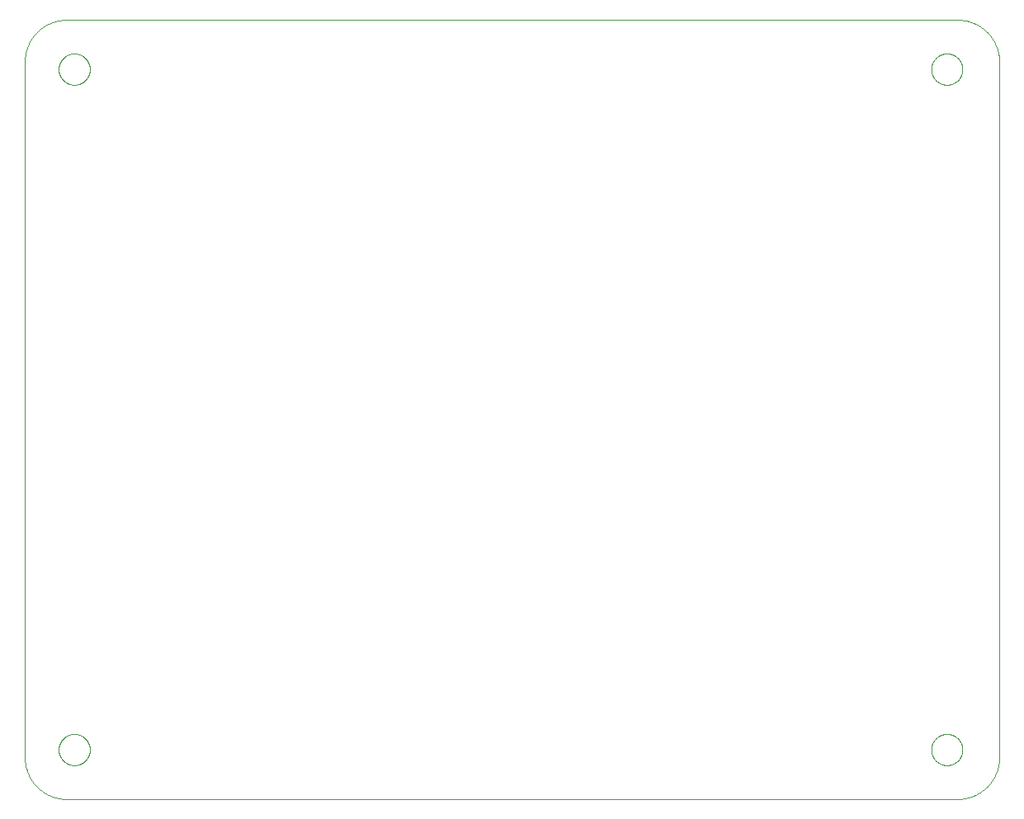
<source format=gbr>
G04 EAGLE Gerber RS-274X export*
G75*
%MOMM*%
%FSLAX34Y34*%
%LPD*%
%IN*%
%IPPOS*%
%AMOC8*
5,1,8,0,0,1.08239X$1,22.5*%
G01*
%ADD10C,0.076200*%
%ADD11C,0.000000*%


D10*
X0Y756820D02*
X0Y43180D01*
X13Y42137D01*
X50Y41094D01*
X113Y40052D01*
X202Y39013D01*
X315Y37975D01*
X453Y36941D01*
X616Y35910D01*
X804Y34884D01*
X1017Y33862D01*
X1255Y32846D01*
X1517Y31836D01*
X1803Y30833D01*
X2113Y29837D01*
X2448Y28848D01*
X2806Y27868D01*
X3188Y26897D01*
X3593Y25935D01*
X4021Y24984D01*
X4472Y24043D01*
X4946Y23113D01*
X5442Y22195D01*
X5960Y21289D01*
X6500Y20396D01*
X7061Y19517D01*
X7644Y18651D01*
X8247Y17799D01*
X8870Y16963D01*
X9514Y16141D01*
X10177Y15336D01*
X10859Y14546D01*
X11561Y13774D01*
X12280Y13018D01*
X13018Y12280D01*
X13774Y11561D01*
X14546Y10859D01*
X15336Y10177D01*
X16141Y9514D01*
X16963Y8870D01*
X17799Y8247D01*
X18651Y7644D01*
X19517Y7061D01*
X20396Y6500D01*
X21289Y5960D01*
X22195Y5442D01*
X23113Y4946D01*
X24043Y4472D01*
X24984Y4021D01*
X25935Y3593D01*
X26897Y3188D01*
X27868Y2806D01*
X28848Y2448D01*
X29837Y2113D01*
X30833Y1803D01*
X31836Y1517D01*
X32846Y1255D01*
X33862Y1017D01*
X34884Y804D01*
X35910Y616D01*
X36941Y453D01*
X37975Y315D01*
X39013Y202D01*
X40052Y113D01*
X41094Y50D01*
X42137Y13D01*
X43180Y0D01*
X956820Y0D01*
X957863Y13D01*
X958906Y50D01*
X959948Y113D01*
X960987Y202D01*
X962025Y315D01*
X963059Y453D01*
X964090Y616D01*
X965116Y804D01*
X966138Y1017D01*
X967154Y1255D01*
X968164Y1517D01*
X969167Y1803D01*
X970163Y2113D01*
X971152Y2448D01*
X972132Y2806D01*
X973103Y3188D01*
X974065Y3593D01*
X975016Y4021D01*
X975957Y4472D01*
X976887Y4946D01*
X977805Y5442D01*
X978711Y5960D01*
X979604Y6500D01*
X980483Y7061D01*
X981349Y7644D01*
X982201Y8247D01*
X983037Y8870D01*
X983859Y9514D01*
X984664Y10177D01*
X985454Y10859D01*
X986226Y11561D01*
X986982Y12280D01*
X987720Y13018D01*
X988439Y13774D01*
X989141Y14546D01*
X989823Y15336D01*
X990486Y16141D01*
X991130Y16963D01*
X991753Y17799D01*
X992356Y18651D01*
X992939Y19517D01*
X993500Y20396D01*
X994040Y21289D01*
X994558Y22195D01*
X995054Y23113D01*
X995528Y24043D01*
X995979Y24984D01*
X996407Y25935D01*
X996812Y26897D01*
X997194Y27868D01*
X997552Y28848D01*
X997887Y29837D01*
X998197Y30833D01*
X998483Y31836D01*
X998745Y32846D01*
X998983Y33862D01*
X999196Y34884D01*
X999384Y35910D01*
X999547Y36941D01*
X999685Y37975D01*
X999798Y39013D01*
X999887Y40052D01*
X999950Y41094D01*
X999987Y42137D01*
X1000000Y43180D01*
X1000000Y756820D01*
X999987Y757863D01*
X999950Y758906D01*
X999887Y759948D01*
X999798Y760987D01*
X999685Y762025D01*
X999547Y763059D01*
X999384Y764090D01*
X999196Y765116D01*
X998983Y766138D01*
X998745Y767154D01*
X998483Y768164D01*
X998197Y769167D01*
X997887Y770163D01*
X997552Y771152D01*
X997194Y772132D01*
X996812Y773103D01*
X996407Y774065D01*
X995979Y775016D01*
X995528Y775957D01*
X995054Y776887D01*
X994558Y777805D01*
X994040Y778711D01*
X993500Y779604D01*
X992939Y780483D01*
X992356Y781349D01*
X991753Y782201D01*
X991130Y783037D01*
X990486Y783859D01*
X989823Y784664D01*
X989141Y785454D01*
X988439Y786226D01*
X987720Y786982D01*
X986982Y787720D01*
X986226Y788439D01*
X985454Y789141D01*
X984664Y789823D01*
X983859Y790486D01*
X983037Y791130D01*
X982201Y791753D01*
X981349Y792356D01*
X980483Y792939D01*
X979604Y793500D01*
X978711Y794040D01*
X977805Y794558D01*
X976887Y795054D01*
X975957Y795528D01*
X975016Y795979D01*
X974065Y796407D01*
X973103Y796812D01*
X972132Y797194D01*
X971152Y797552D01*
X970163Y797887D01*
X969167Y798197D01*
X968164Y798483D01*
X967154Y798745D01*
X966138Y798983D01*
X965116Y799196D01*
X964090Y799384D01*
X963059Y799547D01*
X962025Y799685D01*
X960987Y799798D01*
X959948Y799887D01*
X958906Y799950D01*
X957863Y799987D01*
X956820Y800000D01*
X43180Y800000D01*
X42137Y799987D01*
X41094Y799950D01*
X40052Y799887D01*
X39013Y799798D01*
X37975Y799685D01*
X36941Y799547D01*
X35910Y799384D01*
X34884Y799196D01*
X33862Y798983D01*
X32846Y798745D01*
X31836Y798483D01*
X30833Y798197D01*
X29837Y797887D01*
X28848Y797552D01*
X27868Y797194D01*
X26897Y796812D01*
X25935Y796407D01*
X24984Y795979D01*
X24043Y795528D01*
X23113Y795054D01*
X22195Y794558D01*
X21289Y794040D01*
X20396Y793500D01*
X19517Y792939D01*
X18651Y792356D01*
X17799Y791753D01*
X16963Y791130D01*
X16141Y790486D01*
X15336Y789823D01*
X14546Y789141D01*
X13774Y788439D01*
X13018Y787720D01*
X12280Y786982D01*
X11561Y786226D01*
X10859Y785454D01*
X10177Y784664D01*
X9514Y783859D01*
X8870Y783037D01*
X8247Y782201D01*
X7644Y781349D01*
X7061Y780483D01*
X6500Y779604D01*
X5960Y778711D01*
X5442Y777805D01*
X4946Y776887D01*
X4472Y775957D01*
X4021Y775016D01*
X3593Y774065D01*
X3188Y773103D01*
X2806Y772132D01*
X2448Y771152D01*
X2113Y770163D01*
X1803Y769167D01*
X1517Y768164D01*
X1255Y767154D01*
X1017Y766138D01*
X804Y765116D01*
X616Y764090D01*
X453Y763059D01*
X315Y762025D01*
X202Y760987D01*
X113Y759948D01*
X50Y758906D01*
X13Y757863D01*
X0Y756820D01*
D11*
X34800Y749300D02*
X34805Y749693D01*
X34819Y750085D01*
X34843Y750477D01*
X34877Y750868D01*
X34920Y751259D01*
X34973Y751648D01*
X35036Y752035D01*
X35107Y752421D01*
X35189Y752806D01*
X35279Y753188D01*
X35380Y753567D01*
X35489Y753945D01*
X35608Y754319D01*
X35735Y754690D01*
X35872Y755058D01*
X36018Y755423D01*
X36173Y755784D01*
X36336Y756141D01*
X36508Y756494D01*
X36689Y756842D01*
X36879Y757186D01*
X37076Y757526D01*
X37282Y757860D01*
X37496Y758189D01*
X37719Y758513D01*
X37949Y758831D01*
X38186Y759144D01*
X38432Y759450D01*
X38685Y759751D01*
X38945Y760045D01*
X39212Y760333D01*
X39486Y760614D01*
X39767Y760888D01*
X40055Y761155D01*
X40349Y761415D01*
X40650Y761668D01*
X40956Y761914D01*
X41269Y762151D01*
X41587Y762381D01*
X41911Y762604D01*
X42240Y762818D01*
X42574Y763024D01*
X42914Y763221D01*
X43258Y763411D01*
X43606Y763592D01*
X43959Y763764D01*
X44316Y763927D01*
X44677Y764082D01*
X45042Y764228D01*
X45410Y764365D01*
X45781Y764492D01*
X46155Y764611D01*
X46533Y764720D01*
X46912Y764821D01*
X47294Y764911D01*
X47679Y764993D01*
X48065Y765064D01*
X48452Y765127D01*
X48841Y765180D01*
X49232Y765223D01*
X49623Y765257D01*
X50015Y765281D01*
X50407Y765295D01*
X50800Y765300D01*
X51193Y765295D01*
X51585Y765281D01*
X51977Y765257D01*
X52368Y765223D01*
X52759Y765180D01*
X53148Y765127D01*
X53535Y765064D01*
X53921Y764993D01*
X54306Y764911D01*
X54688Y764821D01*
X55067Y764720D01*
X55445Y764611D01*
X55819Y764492D01*
X56190Y764365D01*
X56558Y764228D01*
X56923Y764082D01*
X57284Y763927D01*
X57641Y763764D01*
X57994Y763592D01*
X58342Y763411D01*
X58686Y763221D01*
X59026Y763024D01*
X59360Y762818D01*
X59689Y762604D01*
X60013Y762381D01*
X60331Y762151D01*
X60644Y761914D01*
X60950Y761668D01*
X61251Y761415D01*
X61545Y761155D01*
X61833Y760888D01*
X62114Y760614D01*
X62388Y760333D01*
X62655Y760045D01*
X62915Y759751D01*
X63168Y759450D01*
X63414Y759144D01*
X63651Y758831D01*
X63881Y758513D01*
X64104Y758189D01*
X64318Y757860D01*
X64524Y757526D01*
X64721Y757186D01*
X64911Y756842D01*
X65092Y756494D01*
X65264Y756141D01*
X65427Y755784D01*
X65582Y755423D01*
X65728Y755058D01*
X65865Y754690D01*
X65992Y754319D01*
X66111Y753945D01*
X66220Y753567D01*
X66321Y753188D01*
X66411Y752806D01*
X66493Y752421D01*
X66564Y752035D01*
X66627Y751648D01*
X66680Y751259D01*
X66723Y750868D01*
X66757Y750477D01*
X66781Y750085D01*
X66795Y749693D01*
X66800Y749300D01*
X66795Y748907D01*
X66781Y748515D01*
X66757Y748123D01*
X66723Y747732D01*
X66680Y747341D01*
X66627Y746952D01*
X66564Y746565D01*
X66493Y746179D01*
X66411Y745794D01*
X66321Y745412D01*
X66220Y745033D01*
X66111Y744655D01*
X65992Y744281D01*
X65865Y743910D01*
X65728Y743542D01*
X65582Y743177D01*
X65427Y742816D01*
X65264Y742459D01*
X65092Y742106D01*
X64911Y741758D01*
X64721Y741414D01*
X64524Y741074D01*
X64318Y740740D01*
X64104Y740411D01*
X63881Y740087D01*
X63651Y739769D01*
X63414Y739456D01*
X63168Y739150D01*
X62915Y738849D01*
X62655Y738555D01*
X62388Y738267D01*
X62114Y737986D01*
X61833Y737712D01*
X61545Y737445D01*
X61251Y737185D01*
X60950Y736932D01*
X60644Y736686D01*
X60331Y736449D01*
X60013Y736219D01*
X59689Y735996D01*
X59360Y735782D01*
X59026Y735576D01*
X58686Y735379D01*
X58342Y735189D01*
X57994Y735008D01*
X57641Y734836D01*
X57284Y734673D01*
X56923Y734518D01*
X56558Y734372D01*
X56190Y734235D01*
X55819Y734108D01*
X55445Y733989D01*
X55067Y733880D01*
X54688Y733779D01*
X54306Y733689D01*
X53921Y733607D01*
X53535Y733536D01*
X53148Y733473D01*
X52759Y733420D01*
X52368Y733377D01*
X51977Y733343D01*
X51585Y733319D01*
X51193Y733305D01*
X50800Y733300D01*
X50407Y733305D01*
X50015Y733319D01*
X49623Y733343D01*
X49232Y733377D01*
X48841Y733420D01*
X48452Y733473D01*
X48065Y733536D01*
X47679Y733607D01*
X47294Y733689D01*
X46912Y733779D01*
X46533Y733880D01*
X46155Y733989D01*
X45781Y734108D01*
X45410Y734235D01*
X45042Y734372D01*
X44677Y734518D01*
X44316Y734673D01*
X43959Y734836D01*
X43606Y735008D01*
X43258Y735189D01*
X42914Y735379D01*
X42574Y735576D01*
X42240Y735782D01*
X41911Y735996D01*
X41587Y736219D01*
X41269Y736449D01*
X40956Y736686D01*
X40650Y736932D01*
X40349Y737185D01*
X40055Y737445D01*
X39767Y737712D01*
X39486Y737986D01*
X39212Y738267D01*
X38945Y738555D01*
X38685Y738849D01*
X38432Y739150D01*
X38186Y739456D01*
X37949Y739769D01*
X37719Y740087D01*
X37496Y740411D01*
X37282Y740740D01*
X37076Y741074D01*
X36879Y741414D01*
X36689Y741758D01*
X36508Y742106D01*
X36336Y742459D01*
X36173Y742816D01*
X36018Y743177D01*
X35872Y743542D01*
X35735Y743910D01*
X35608Y744281D01*
X35489Y744655D01*
X35380Y745033D01*
X35279Y745412D01*
X35189Y745794D01*
X35107Y746179D01*
X35036Y746565D01*
X34973Y746952D01*
X34920Y747341D01*
X34877Y747732D01*
X34843Y748123D01*
X34819Y748515D01*
X34805Y748907D01*
X34800Y749300D01*
X930150Y749300D02*
X930155Y749693D01*
X930169Y750085D01*
X930193Y750477D01*
X930227Y750868D01*
X930270Y751259D01*
X930323Y751648D01*
X930386Y752035D01*
X930457Y752421D01*
X930539Y752806D01*
X930629Y753188D01*
X930730Y753567D01*
X930839Y753945D01*
X930958Y754319D01*
X931085Y754690D01*
X931222Y755058D01*
X931368Y755423D01*
X931523Y755784D01*
X931686Y756141D01*
X931858Y756494D01*
X932039Y756842D01*
X932229Y757186D01*
X932426Y757526D01*
X932632Y757860D01*
X932846Y758189D01*
X933069Y758513D01*
X933299Y758831D01*
X933536Y759144D01*
X933782Y759450D01*
X934035Y759751D01*
X934295Y760045D01*
X934562Y760333D01*
X934836Y760614D01*
X935117Y760888D01*
X935405Y761155D01*
X935699Y761415D01*
X936000Y761668D01*
X936306Y761914D01*
X936619Y762151D01*
X936937Y762381D01*
X937261Y762604D01*
X937590Y762818D01*
X937924Y763024D01*
X938264Y763221D01*
X938608Y763411D01*
X938956Y763592D01*
X939309Y763764D01*
X939666Y763927D01*
X940027Y764082D01*
X940392Y764228D01*
X940760Y764365D01*
X941131Y764492D01*
X941505Y764611D01*
X941883Y764720D01*
X942262Y764821D01*
X942644Y764911D01*
X943029Y764993D01*
X943415Y765064D01*
X943802Y765127D01*
X944191Y765180D01*
X944582Y765223D01*
X944973Y765257D01*
X945365Y765281D01*
X945757Y765295D01*
X946150Y765300D01*
X946543Y765295D01*
X946935Y765281D01*
X947327Y765257D01*
X947718Y765223D01*
X948109Y765180D01*
X948498Y765127D01*
X948885Y765064D01*
X949271Y764993D01*
X949656Y764911D01*
X950038Y764821D01*
X950417Y764720D01*
X950795Y764611D01*
X951169Y764492D01*
X951540Y764365D01*
X951908Y764228D01*
X952273Y764082D01*
X952634Y763927D01*
X952991Y763764D01*
X953344Y763592D01*
X953692Y763411D01*
X954036Y763221D01*
X954376Y763024D01*
X954710Y762818D01*
X955039Y762604D01*
X955363Y762381D01*
X955681Y762151D01*
X955994Y761914D01*
X956300Y761668D01*
X956601Y761415D01*
X956895Y761155D01*
X957183Y760888D01*
X957464Y760614D01*
X957738Y760333D01*
X958005Y760045D01*
X958265Y759751D01*
X958518Y759450D01*
X958764Y759144D01*
X959001Y758831D01*
X959231Y758513D01*
X959454Y758189D01*
X959668Y757860D01*
X959874Y757526D01*
X960071Y757186D01*
X960261Y756842D01*
X960442Y756494D01*
X960614Y756141D01*
X960777Y755784D01*
X960932Y755423D01*
X961078Y755058D01*
X961215Y754690D01*
X961342Y754319D01*
X961461Y753945D01*
X961570Y753567D01*
X961671Y753188D01*
X961761Y752806D01*
X961843Y752421D01*
X961914Y752035D01*
X961977Y751648D01*
X962030Y751259D01*
X962073Y750868D01*
X962107Y750477D01*
X962131Y750085D01*
X962145Y749693D01*
X962150Y749300D01*
X962145Y748907D01*
X962131Y748515D01*
X962107Y748123D01*
X962073Y747732D01*
X962030Y747341D01*
X961977Y746952D01*
X961914Y746565D01*
X961843Y746179D01*
X961761Y745794D01*
X961671Y745412D01*
X961570Y745033D01*
X961461Y744655D01*
X961342Y744281D01*
X961215Y743910D01*
X961078Y743542D01*
X960932Y743177D01*
X960777Y742816D01*
X960614Y742459D01*
X960442Y742106D01*
X960261Y741758D01*
X960071Y741414D01*
X959874Y741074D01*
X959668Y740740D01*
X959454Y740411D01*
X959231Y740087D01*
X959001Y739769D01*
X958764Y739456D01*
X958518Y739150D01*
X958265Y738849D01*
X958005Y738555D01*
X957738Y738267D01*
X957464Y737986D01*
X957183Y737712D01*
X956895Y737445D01*
X956601Y737185D01*
X956300Y736932D01*
X955994Y736686D01*
X955681Y736449D01*
X955363Y736219D01*
X955039Y735996D01*
X954710Y735782D01*
X954376Y735576D01*
X954036Y735379D01*
X953692Y735189D01*
X953344Y735008D01*
X952991Y734836D01*
X952634Y734673D01*
X952273Y734518D01*
X951908Y734372D01*
X951540Y734235D01*
X951169Y734108D01*
X950795Y733989D01*
X950417Y733880D01*
X950038Y733779D01*
X949656Y733689D01*
X949271Y733607D01*
X948885Y733536D01*
X948498Y733473D01*
X948109Y733420D01*
X947718Y733377D01*
X947327Y733343D01*
X946935Y733319D01*
X946543Y733305D01*
X946150Y733300D01*
X945757Y733305D01*
X945365Y733319D01*
X944973Y733343D01*
X944582Y733377D01*
X944191Y733420D01*
X943802Y733473D01*
X943415Y733536D01*
X943029Y733607D01*
X942644Y733689D01*
X942262Y733779D01*
X941883Y733880D01*
X941505Y733989D01*
X941131Y734108D01*
X940760Y734235D01*
X940392Y734372D01*
X940027Y734518D01*
X939666Y734673D01*
X939309Y734836D01*
X938956Y735008D01*
X938608Y735189D01*
X938264Y735379D01*
X937924Y735576D01*
X937590Y735782D01*
X937261Y735996D01*
X936937Y736219D01*
X936619Y736449D01*
X936306Y736686D01*
X936000Y736932D01*
X935699Y737185D01*
X935405Y737445D01*
X935117Y737712D01*
X934836Y737986D01*
X934562Y738267D01*
X934295Y738555D01*
X934035Y738849D01*
X933782Y739150D01*
X933536Y739456D01*
X933299Y739769D01*
X933069Y740087D01*
X932846Y740411D01*
X932632Y740740D01*
X932426Y741074D01*
X932229Y741414D01*
X932039Y741758D01*
X931858Y742106D01*
X931686Y742459D01*
X931523Y742816D01*
X931368Y743177D01*
X931222Y743542D01*
X931085Y743910D01*
X930958Y744281D01*
X930839Y744655D01*
X930730Y745033D01*
X930629Y745412D01*
X930539Y745794D01*
X930457Y746179D01*
X930386Y746565D01*
X930323Y746952D01*
X930270Y747341D01*
X930227Y747732D01*
X930193Y748123D01*
X930169Y748515D01*
X930155Y748907D01*
X930150Y749300D01*
X34800Y50800D02*
X34805Y51193D01*
X34819Y51585D01*
X34843Y51977D01*
X34877Y52368D01*
X34920Y52759D01*
X34973Y53148D01*
X35036Y53535D01*
X35107Y53921D01*
X35189Y54306D01*
X35279Y54688D01*
X35380Y55067D01*
X35489Y55445D01*
X35608Y55819D01*
X35735Y56190D01*
X35872Y56558D01*
X36018Y56923D01*
X36173Y57284D01*
X36336Y57641D01*
X36508Y57994D01*
X36689Y58342D01*
X36879Y58686D01*
X37076Y59026D01*
X37282Y59360D01*
X37496Y59689D01*
X37719Y60013D01*
X37949Y60331D01*
X38186Y60644D01*
X38432Y60950D01*
X38685Y61251D01*
X38945Y61545D01*
X39212Y61833D01*
X39486Y62114D01*
X39767Y62388D01*
X40055Y62655D01*
X40349Y62915D01*
X40650Y63168D01*
X40956Y63414D01*
X41269Y63651D01*
X41587Y63881D01*
X41911Y64104D01*
X42240Y64318D01*
X42574Y64524D01*
X42914Y64721D01*
X43258Y64911D01*
X43606Y65092D01*
X43959Y65264D01*
X44316Y65427D01*
X44677Y65582D01*
X45042Y65728D01*
X45410Y65865D01*
X45781Y65992D01*
X46155Y66111D01*
X46533Y66220D01*
X46912Y66321D01*
X47294Y66411D01*
X47679Y66493D01*
X48065Y66564D01*
X48452Y66627D01*
X48841Y66680D01*
X49232Y66723D01*
X49623Y66757D01*
X50015Y66781D01*
X50407Y66795D01*
X50800Y66800D01*
X51193Y66795D01*
X51585Y66781D01*
X51977Y66757D01*
X52368Y66723D01*
X52759Y66680D01*
X53148Y66627D01*
X53535Y66564D01*
X53921Y66493D01*
X54306Y66411D01*
X54688Y66321D01*
X55067Y66220D01*
X55445Y66111D01*
X55819Y65992D01*
X56190Y65865D01*
X56558Y65728D01*
X56923Y65582D01*
X57284Y65427D01*
X57641Y65264D01*
X57994Y65092D01*
X58342Y64911D01*
X58686Y64721D01*
X59026Y64524D01*
X59360Y64318D01*
X59689Y64104D01*
X60013Y63881D01*
X60331Y63651D01*
X60644Y63414D01*
X60950Y63168D01*
X61251Y62915D01*
X61545Y62655D01*
X61833Y62388D01*
X62114Y62114D01*
X62388Y61833D01*
X62655Y61545D01*
X62915Y61251D01*
X63168Y60950D01*
X63414Y60644D01*
X63651Y60331D01*
X63881Y60013D01*
X64104Y59689D01*
X64318Y59360D01*
X64524Y59026D01*
X64721Y58686D01*
X64911Y58342D01*
X65092Y57994D01*
X65264Y57641D01*
X65427Y57284D01*
X65582Y56923D01*
X65728Y56558D01*
X65865Y56190D01*
X65992Y55819D01*
X66111Y55445D01*
X66220Y55067D01*
X66321Y54688D01*
X66411Y54306D01*
X66493Y53921D01*
X66564Y53535D01*
X66627Y53148D01*
X66680Y52759D01*
X66723Y52368D01*
X66757Y51977D01*
X66781Y51585D01*
X66795Y51193D01*
X66800Y50800D01*
X66795Y50407D01*
X66781Y50015D01*
X66757Y49623D01*
X66723Y49232D01*
X66680Y48841D01*
X66627Y48452D01*
X66564Y48065D01*
X66493Y47679D01*
X66411Y47294D01*
X66321Y46912D01*
X66220Y46533D01*
X66111Y46155D01*
X65992Y45781D01*
X65865Y45410D01*
X65728Y45042D01*
X65582Y44677D01*
X65427Y44316D01*
X65264Y43959D01*
X65092Y43606D01*
X64911Y43258D01*
X64721Y42914D01*
X64524Y42574D01*
X64318Y42240D01*
X64104Y41911D01*
X63881Y41587D01*
X63651Y41269D01*
X63414Y40956D01*
X63168Y40650D01*
X62915Y40349D01*
X62655Y40055D01*
X62388Y39767D01*
X62114Y39486D01*
X61833Y39212D01*
X61545Y38945D01*
X61251Y38685D01*
X60950Y38432D01*
X60644Y38186D01*
X60331Y37949D01*
X60013Y37719D01*
X59689Y37496D01*
X59360Y37282D01*
X59026Y37076D01*
X58686Y36879D01*
X58342Y36689D01*
X57994Y36508D01*
X57641Y36336D01*
X57284Y36173D01*
X56923Y36018D01*
X56558Y35872D01*
X56190Y35735D01*
X55819Y35608D01*
X55445Y35489D01*
X55067Y35380D01*
X54688Y35279D01*
X54306Y35189D01*
X53921Y35107D01*
X53535Y35036D01*
X53148Y34973D01*
X52759Y34920D01*
X52368Y34877D01*
X51977Y34843D01*
X51585Y34819D01*
X51193Y34805D01*
X50800Y34800D01*
X50407Y34805D01*
X50015Y34819D01*
X49623Y34843D01*
X49232Y34877D01*
X48841Y34920D01*
X48452Y34973D01*
X48065Y35036D01*
X47679Y35107D01*
X47294Y35189D01*
X46912Y35279D01*
X46533Y35380D01*
X46155Y35489D01*
X45781Y35608D01*
X45410Y35735D01*
X45042Y35872D01*
X44677Y36018D01*
X44316Y36173D01*
X43959Y36336D01*
X43606Y36508D01*
X43258Y36689D01*
X42914Y36879D01*
X42574Y37076D01*
X42240Y37282D01*
X41911Y37496D01*
X41587Y37719D01*
X41269Y37949D01*
X40956Y38186D01*
X40650Y38432D01*
X40349Y38685D01*
X40055Y38945D01*
X39767Y39212D01*
X39486Y39486D01*
X39212Y39767D01*
X38945Y40055D01*
X38685Y40349D01*
X38432Y40650D01*
X38186Y40956D01*
X37949Y41269D01*
X37719Y41587D01*
X37496Y41911D01*
X37282Y42240D01*
X37076Y42574D01*
X36879Y42914D01*
X36689Y43258D01*
X36508Y43606D01*
X36336Y43959D01*
X36173Y44316D01*
X36018Y44677D01*
X35872Y45042D01*
X35735Y45410D01*
X35608Y45781D01*
X35489Y46155D01*
X35380Y46533D01*
X35279Y46912D01*
X35189Y47294D01*
X35107Y47679D01*
X35036Y48065D01*
X34973Y48452D01*
X34920Y48841D01*
X34877Y49232D01*
X34843Y49623D01*
X34819Y50015D01*
X34805Y50407D01*
X34800Y50800D01*
X930150Y50800D02*
X930155Y51193D01*
X930169Y51585D01*
X930193Y51977D01*
X930227Y52368D01*
X930270Y52759D01*
X930323Y53148D01*
X930386Y53535D01*
X930457Y53921D01*
X930539Y54306D01*
X930629Y54688D01*
X930730Y55067D01*
X930839Y55445D01*
X930958Y55819D01*
X931085Y56190D01*
X931222Y56558D01*
X931368Y56923D01*
X931523Y57284D01*
X931686Y57641D01*
X931858Y57994D01*
X932039Y58342D01*
X932229Y58686D01*
X932426Y59026D01*
X932632Y59360D01*
X932846Y59689D01*
X933069Y60013D01*
X933299Y60331D01*
X933536Y60644D01*
X933782Y60950D01*
X934035Y61251D01*
X934295Y61545D01*
X934562Y61833D01*
X934836Y62114D01*
X935117Y62388D01*
X935405Y62655D01*
X935699Y62915D01*
X936000Y63168D01*
X936306Y63414D01*
X936619Y63651D01*
X936937Y63881D01*
X937261Y64104D01*
X937590Y64318D01*
X937924Y64524D01*
X938264Y64721D01*
X938608Y64911D01*
X938956Y65092D01*
X939309Y65264D01*
X939666Y65427D01*
X940027Y65582D01*
X940392Y65728D01*
X940760Y65865D01*
X941131Y65992D01*
X941505Y66111D01*
X941883Y66220D01*
X942262Y66321D01*
X942644Y66411D01*
X943029Y66493D01*
X943415Y66564D01*
X943802Y66627D01*
X944191Y66680D01*
X944582Y66723D01*
X944973Y66757D01*
X945365Y66781D01*
X945757Y66795D01*
X946150Y66800D01*
X946543Y66795D01*
X946935Y66781D01*
X947327Y66757D01*
X947718Y66723D01*
X948109Y66680D01*
X948498Y66627D01*
X948885Y66564D01*
X949271Y66493D01*
X949656Y66411D01*
X950038Y66321D01*
X950417Y66220D01*
X950795Y66111D01*
X951169Y65992D01*
X951540Y65865D01*
X951908Y65728D01*
X952273Y65582D01*
X952634Y65427D01*
X952991Y65264D01*
X953344Y65092D01*
X953692Y64911D01*
X954036Y64721D01*
X954376Y64524D01*
X954710Y64318D01*
X955039Y64104D01*
X955363Y63881D01*
X955681Y63651D01*
X955994Y63414D01*
X956300Y63168D01*
X956601Y62915D01*
X956895Y62655D01*
X957183Y62388D01*
X957464Y62114D01*
X957738Y61833D01*
X958005Y61545D01*
X958265Y61251D01*
X958518Y60950D01*
X958764Y60644D01*
X959001Y60331D01*
X959231Y60013D01*
X959454Y59689D01*
X959668Y59360D01*
X959874Y59026D01*
X960071Y58686D01*
X960261Y58342D01*
X960442Y57994D01*
X960614Y57641D01*
X960777Y57284D01*
X960932Y56923D01*
X961078Y56558D01*
X961215Y56190D01*
X961342Y55819D01*
X961461Y55445D01*
X961570Y55067D01*
X961671Y54688D01*
X961761Y54306D01*
X961843Y53921D01*
X961914Y53535D01*
X961977Y53148D01*
X962030Y52759D01*
X962073Y52368D01*
X962107Y51977D01*
X962131Y51585D01*
X962145Y51193D01*
X962150Y50800D01*
X962145Y50407D01*
X962131Y50015D01*
X962107Y49623D01*
X962073Y49232D01*
X962030Y48841D01*
X961977Y48452D01*
X961914Y48065D01*
X961843Y47679D01*
X961761Y47294D01*
X961671Y46912D01*
X961570Y46533D01*
X961461Y46155D01*
X961342Y45781D01*
X961215Y45410D01*
X961078Y45042D01*
X960932Y44677D01*
X960777Y44316D01*
X960614Y43959D01*
X960442Y43606D01*
X960261Y43258D01*
X960071Y42914D01*
X959874Y42574D01*
X959668Y42240D01*
X959454Y41911D01*
X959231Y41587D01*
X959001Y41269D01*
X958764Y40956D01*
X958518Y40650D01*
X958265Y40349D01*
X958005Y40055D01*
X957738Y39767D01*
X957464Y39486D01*
X957183Y39212D01*
X956895Y38945D01*
X956601Y38685D01*
X956300Y38432D01*
X955994Y38186D01*
X955681Y37949D01*
X955363Y37719D01*
X955039Y37496D01*
X954710Y37282D01*
X954376Y37076D01*
X954036Y36879D01*
X953692Y36689D01*
X953344Y36508D01*
X952991Y36336D01*
X952634Y36173D01*
X952273Y36018D01*
X951908Y35872D01*
X951540Y35735D01*
X951169Y35608D01*
X950795Y35489D01*
X950417Y35380D01*
X950038Y35279D01*
X949656Y35189D01*
X949271Y35107D01*
X948885Y35036D01*
X948498Y34973D01*
X948109Y34920D01*
X947718Y34877D01*
X947327Y34843D01*
X946935Y34819D01*
X946543Y34805D01*
X946150Y34800D01*
X945757Y34805D01*
X945365Y34819D01*
X944973Y34843D01*
X944582Y34877D01*
X944191Y34920D01*
X943802Y34973D01*
X943415Y35036D01*
X943029Y35107D01*
X942644Y35189D01*
X942262Y35279D01*
X941883Y35380D01*
X941505Y35489D01*
X941131Y35608D01*
X940760Y35735D01*
X940392Y35872D01*
X940027Y36018D01*
X939666Y36173D01*
X939309Y36336D01*
X938956Y36508D01*
X938608Y36689D01*
X938264Y36879D01*
X937924Y37076D01*
X937590Y37282D01*
X937261Y37496D01*
X936937Y37719D01*
X936619Y37949D01*
X936306Y38186D01*
X936000Y38432D01*
X935699Y38685D01*
X935405Y38945D01*
X935117Y39212D01*
X934836Y39486D01*
X934562Y39767D01*
X934295Y40055D01*
X934035Y40349D01*
X933782Y40650D01*
X933536Y40956D01*
X933299Y41269D01*
X933069Y41587D01*
X932846Y41911D01*
X932632Y42240D01*
X932426Y42574D01*
X932229Y42914D01*
X932039Y43258D01*
X931858Y43606D01*
X931686Y43959D01*
X931523Y44316D01*
X931368Y44677D01*
X931222Y45042D01*
X931085Y45410D01*
X930958Y45781D01*
X930839Y46155D01*
X930730Y46533D01*
X930629Y46912D01*
X930539Y47294D01*
X930457Y47679D01*
X930386Y48065D01*
X930323Y48452D01*
X930270Y48841D01*
X930227Y49232D01*
X930193Y49623D01*
X930169Y50015D01*
X930155Y50407D01*
X930150Y50800D01*
M02*

</source>
